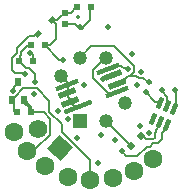
<source format=gtl>
%FSTAX23Y23*%
%MOIN*%
%SFA1B1*%

%IPPOS*%
%AMD12*
4,1,4,0.043100,0.024900,-0.048700,-0.010300,-0.043100,-0.024900,0.048700,0.010300,0.043100,0.024900,0.0*
%
%AMD13*
4,1,4,0.024000,0.019700,-0.031100,-0.001400,-0.024000,-0.019700,0.031100,0.001400,0.024000,0.019700,0.0*
%
%AMD14*
4,1,4,0.033900,0.021400,-0.039500,-0.006800,-0.033900,-0.021400,0.039500,0.006800,0.033900,0.021400,0.0*
%
%AMD17*
4,1,4,-0.000100,-0.021100,0.014600,0.015300,0.000100,0.021100,-0.014600,-0.015300,-0.000100,-0.021100,0.0*
%
%AMD18*
4,1,4,0.015300,0.000000,0.000000,0.015300,-0.015300,0.000000,0.000000,-0.015300,0.015300,0.000000,0.0*
%
%AMD20*
4,1,4,-0.001700,-0.013300,0.013300,0.001700,0.001700,0.013300,-0.013300,-0.001700,-0.001700,-0.013300,0.0*
%
%AMD38*
4,1,4,0.002300,-0.043800,0.043800,0.002300,-0.002300,0.043800,-0.043800,-0.002300,0.002300,-0.043800,0.0*
%
G04~CAMADD=12~9~0.0~0.0~984.3~157.5~0.0~0.0~0~0.0~0.0~0.0~0.0~0~0.0~0.0~0.0~0.0~0~0.0~0.0~0.0~21.0~974.0~497.0*
%ADD12D12*%
G04~CAMADD=13~9~0.0~0.0~590.6~196.8~0.0~0.0~0~0.0~0.0~0.0~0.0~0~0.0~0.0~0.0~0.0~0~0.0~0.0~0.0~21.0~622.0~393.0*
%ADD13D13*%
G04~CAMADD=14~9~0.0~0.0~787.4~157.5~0.0~0.0~0~0.0~0.0~0.0~0.0~0~0.0~0.0~0.0~0.0~0~0.0~0.0~0.0~21.0~790.0~427.0*
%ADD14D14*%
%ADD15R,0.018900X0.025390*%
%ADD16R,0.024410X0.023620*%
G04~CAMADD=17~9~0.0~0.0~393.7~157.5~0.0~0.0~0~0.0~0.0~0.0~0.0~0~0.0~0.0~0.0~0.0~0~0.0~0.0~0.0~248.0~292.0~421.0*
%ADD17D17*%
G04~CAMADD=18~10~0.0~216.5~0.0~0.0~0.0~0.0~0~0.0~0.0~0.0~0.0~0~0.0~0.0~0.0~0.0~0~0.0~0.0~0.0~315.0~216.5~0.0*
%ADD18D18*%
%ADD19R,0.021650X0.021650*%
G04~CAMADD=20~9~0.0~0.0~212.6~165.4~0.0~0.0~0~0.0~0.0~0.0~0.0~0~0.0~0.0~0.0~0.0~0~0.0~0.0~0.0~225.0~266.0~265.0*
%ADD20D20*%
%ADD34C,0.013780*%
%ADD36C,0.008000*%
%ADD37C,0.014000*%
G04~CAMADD=38~10~0.0~620.1~0.0~0.0~0.0~0.0~0~0.0~0.0~0.0~0.0~0~0.0~0.0~0.0~0.0~0~0.0~0.0~0.0~228.0~620.1~0.0*
%ADD38D38*%
%ADD39C,0.062010*%
%ADD40C,0.046930*%
%ADD41R,0.046930X0.046930*%
%ADD42C,0.020000*%
%ADD43C,0.062990*%
%LNkoosh_sensor_top_v1_1-1*%
%LPD*%
G54D12*
X00249Y00244D03*
G54D13*
X00222Y0026D03*
X00211Y00289D03*
X00367Y00349D03*
X00378Y0032D03*
G54D14*
X00211Y00316D03*
X00349Y00369D03*
X00378Y00293D03*
G54D15*
X0003Y00268D03*
X00069D03*
X0005Y00327D03*
G54D16*
X00205Y00521D03*
Y00558D03*
G54D17*
X00547Y00183D03*
X00523Y00192D03*
X005Y00202D03*
X00522Y00256D03*
X00546Y00247D03*
X00569Y00237D03*
G54D18*
X00427Y00112D03*
X0046Y00145D03*
G54D19*
X00092Y0045D03*
X00138D03*
X00052Y00395D03*
X00098D03*
X00047Y00225D03*
X00093D03*
X00247Y00575D03*
X00293D03*
G54D20*
X00162Y00532D03*
X00117Y00487D03*
G54D34*
X0025Y00542D03*
G54D36*
X00505Y00141D02*
Y00155D01*
X0051Y00168D02*
X00523Y00182D01*
X00505Y00155D02*
X0051Y0016D01*
Y00168*
X00476Y00136D02*
X005D01*
X00505Y00141*
X00529Y00157D02*
X00547Y00176D01*
X00529Y00135D02*
Y00157D01*
X005Y00122D02*
X00516D01*
X00529Y00135*
X00488Y00111D02*
X005Y00122D01*
X00523Y00182D02*
Y00192D01*
X0046Y00145D02*
X00467D01*
X00476Y00136*
X00446Y0008D02*
X00478Y00111D01*
X00488*
X00547Y00176D02*
Y00183D01*
X00425Y00112D02*
X00427D01*
X00342Y00195D02*
X00425Y00112D01*
X0041Y0008D02*
X00446D01*
X00395Y00095D02*
X0041Y0008D01*
X00195Y0016D02*
X0029Y00065D01*
X00156Y00151D02*
Y00203D01*
X00067Y00306D02*
X00111D01*
X00039Y00277D02*
X00067Y00306D01*
X00111D02*
X00153Y00264D01*
Y00226D02*
Y00264D01*
Y00226D02*
X00195Y00185D01*
Y0016D02*
Y00185D01*
X0029Y0D02*
Y00065D01*
X0011Y00105D02*
X00156Y00151D01*
X00135Y00225D02*
X00156Y00203D01*
X00098Y00225D02*
X00135D01*
X0009Y00105D02*
X0011D01*
X0003Y00271D02*
X00035Y00277D01*
X00031Y00298D02*
X00035Y00302D01*
Y0031*
X00035Y00277D02*
X00039D01*
X0003Y00268D02*
Y00271D01*
X00053Y00327D02*
Y00327D01*
X00044Y00319D02*
X00053Y00327D01*
X00044Y00319D02*
X00044D01*
X00035Y0031D02*
X00044Y00319D01*
X00104Y00326D02*
Y00352D01*
X00035Y00231D02*
X00047Y0022D01*
X00288Y00532D02*
Y00575D01*
X00238Y00521D02*
X00255Y00504D01*
X0009Y00427D02*
X00098Y0042D01*
X0009Y00428D02*
X0009Y00427D01*
X00214Y00315D02*
Y00323D01*
X00216Y00277D02*
Y00314D01*
X00224Y00258D02*
Y00268D01*
X00572Y003D02*
X00574Y00297D01*
Y00289D02*
Y00297D01*
Y00289D02*
X00575Y00289D01*
Y00243D02*
Y00289D01*
X00569Y00237D02*
X00575Y00243D01*
X00093Y00225D02*
X00098D01*
X0008Y00095D02*
X0009Y00105D01*
X00517Y00261D02*
X00522Y00256D01*
X00506Y00261D02*
X00517D01*
X00475Y00292D02*
X00506Y00261D01*
X00485Y00322D02*
X00492D01*
X00467Y0034D02*
X00482Y00325D01*
X0049*
X00417Y00348D02*
X00443D01*
X0049Y00325D02*
X00492Y00322D01*
X00451Y0034D02*
X00467D01*
X00443Y00348D02*
X00451Y0034D01*
X00412Y00372D02*
X00415Y0037D01*
X00423Y00348D02*
X00435Y00359D01*
X00394Y0032D02*
X00405Y0033D01*
Y00336D02*
X00417Y00348D01*
X00405Y0033D02*
Y00336D01*
X00528Y00296D02*
Y003D01*
X00299Y0034D02*
Y00365D01*
Y0034D02*
X00351Y00288D01*
X00528Y00296D02*
X00547Y00277D01*
X00375Y0038D02*
X00395D01*
X00364Y00369D02*
X00375Y0038D01*
X00362Y00369D02*
X00364Y00369D01*
X00397Y00377D02*
X00402Y00372D01*
X00349Y00369D02*
X00362D01*
X00395Y0038D02*
X00397Y00377D01*
X0038Y00435D02*
D01*
X00292Y00445D02*
X0037D01*
X0038Y00435*
X00255Y00407D02*
X00292Y00445D01*
X0007Y00354D02*
X00072Y00352D01*
X00074Y00372D02*
X00085D01*
X00052Y00395D02*
X00074Y00372D01*
X00085D02*
X00104Y00352D01*
X00138Y0045D02*
X00186Y00401D01*
X00198*
X002Y004*
X00047Y00225D02*
X00049Y00222D01*
X0004Y00355D02*
X00066D01*
X0003Y00365D02*
X0004Y00355D01*
X00035Y00231D02*
Y0026D01*
X00045Y00423D02*
Y0044D01*
X00085Y0048D02*
X00103D01*
X00045Y0044D02*
X00085Y0048D01*
X0003Y00365D02*
Y00408D01*
X00055Y00398D02*
Y00414D01*
X00059Y00427D02*
X00081Y0045D01*
X0003Y00408D02*
X00045Y00423D01*
X00055Y00414D02*
X00059Y00418D01*
Y00427*
X00052Y00395D02*
X00055Y00398D01*
X00402Y00372D02*
X00412D01*
X0038Y00435D02*
X00435Y0038D01*
Y00359D02*
Y0038D01*
X0034Y00407D02*
X00342D01*
X00299Y00365D02*
X0034Y00407D01*
X00264Y00509D02*
X00288Y00532D01*
X00264Y00508D02*
Y00509D01*
X00261Y00504D02*
X00264Y00508D01*
X00205Y00521D02*
X00238D01*
X00255Y00504D02*
X00261D01*
X0009Y00423D02*
Y00427D01*
X00081Y0045D02*
X00092D01*
X00098Y00395D02*
Y0042D01*
X00227Y00255D02*
X0024Y00242D01*
X00222Y0026D02*
X00224Y00258D01*
X0024Y0024D02*
Y00242D01*
X00378Y0032D02*
X00394D01*
X00066Y00354D02*
X0007D01*
X00066Y00355D02*
X00066Y00354D01*
X00111Y00487D02*
X00117D01*
X00103Y0048D02*
X00111Y00487D01*
X00547Y00247D02*
X00547Y00248D01*
Y00268*
X00547Y00269D02*
X00547Y00268D01*
X00547Y00269D02*
Y00277D01*
X00205Y00558D02*
X00225D01*
X00242Y00575*
X00196Y0055D02*
X00204Y00558D01*
X00205*
X00182Y00537D02*
Y00537D01*
X00188Y00543*
X00178Y00532D02*
X00182Y00537D01*
X00169Y00533D02*
X00171Y00532D01*
X00162Y00532D02*
X00163Y00533D01*
X0019Y00543D02*
X00196Y00549D01*
X00188Y00543D02*
X0019D01*
X00171Y00532D02*
X00178D01*
X00163Y00533D02*
X00169D01*
X00196Y00549D02*
Y0055D01*
X00138Y0045D02*
X00155D01*
X00175Y0047D02*
Y00519D01*
X00155Y0045D02*
X00175Y0047D01*
X00162Y00532D02*
X00175Y00519D01*
X00405Y00257D02*
X00406Y00258D01*
X00224Y00258D02*
X00227Y00255D01*
X00216Y00277D02*
X00224Y00268D01*
X00227Y00255D02*
X00235D01*
X00214Y00315D02*
X00216Y00314D01*
X00192Y00345D02*
X00214Y00323D01*
G54D37*
X00074Y00257D02*
X00077Y00254D01*
X00074Y00257D02*
Y0026D01*
X0009Y00232D02*
X00098Y00225D01*
X0009Y00232D02*
Y00244D01*
X00077Y00254D02*
X0008D01*
X0009Y00244*
G54D38*
X0019Y00105D03*
G54D39*
X00115Y00171D03*
G54D40*
X00192Y00345D03*
X00255Y00407D03*
X00342D03*
X00405Y00257D03*
X00342Y00195D03*
G54D41*
X00255Y00195D03*
G54D42*
X00031Y00298D03*
X00325Y0015D03*
X00457Y0018D03*
X00485Y00157D03*
X00245Y00141D03*
X00315Y00057D03*
X00103Y00286D03*
X00104Y00326D03*
X00215Y00203D03*
X00183Y00229D03*
X00395Y00095D03*
X00445Y00315D03*
X0043Y0042D03*
X00572Y003D03*
X00268Y00318D03*
X00372Y00134D03*
X00475Y00292D03*
X00485Y00325D03*
X00415Y0037D03*
X0046Y0036D03*
X00528Y003D03*
X00332Y00336D03*
X00072Y00352D03*
X002Y004D03*
X0035Y0051D03*
X00255D03*
X0009Y00423D03*
G54D43*
X00435Y0003D03*
X00215Y0001D03*
X00035Y0016D03*
X00365Y00005D03*
X005Y0007D03*
X0029Y0D03*
X0014Y00045D03*
X0008Y00095D03*
M02*
</source>
